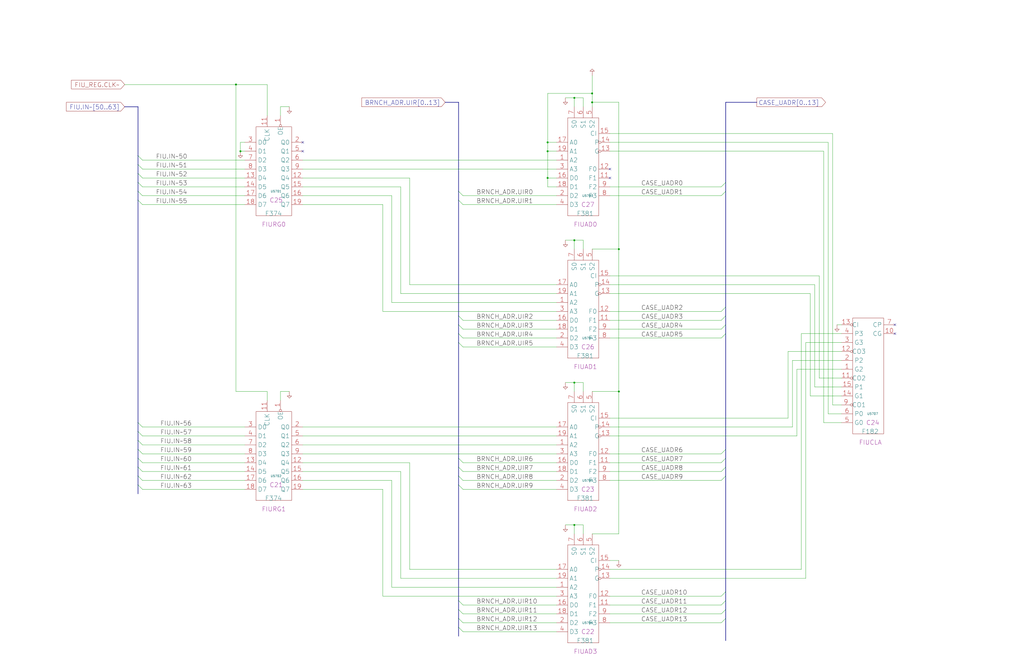
<source format=kicad_sch>
(kicad_sch (version 20250114) (generator "eeschema") (generator_version "9.0")
  (paper "User" 584.2 378.46)
  (title_block (title "CASE BRANCH ADDER") (date "22-MAY-90") (rev "1.0") (comment 1 "SEQUENCER") (comment 2 "232-003064") (comment 3 "S400") (comment 4 "RELEASED"))
  (lib_symbols
    (symbol "r1000:F182" (pin_names (offset 1.016))
      (property "Reference" "U" (at 2.54 5.08 0))
      (property "Value" "F182" (at -3.81 -5.08 0))
      (property "Location" "___" (at -1.27 0 0))
      (property "Name" "______" (at 1.27 -12.7 0))
      (symbol "F182_1_1"
        (circle (center -9.525 55.88) (radius 0.635))
        (circle (center -9.525 40.64) (radius 0.635))
        (circle (center -9.525 25.4) (radius 0.635))
        (circle (center -9.525 10.16) (radius 0.635))
        (rectangle (start -8.89 59.69) (end 8.89 -6.35))
        (pin input line (at -15.24 55.88 0) (length 5.08) (name "CI") (number "13"))
        (pin input line (at -15.24 50.8 0) (length 6.35) (name "P3") (number "4"))
        (pin input line (at -15.24 45.72 0) (length 6.35) (name "G3") (number "3"))
        (pin output line (at -15.24 40.64 0) (length 5.08) (name "CO3") (number "12"))
        (pin input line (at -15.24 35.56 0) (length 6.35) (name "P2") (number "2"))
        (pin input line (at -15.24 30.48 0) (length 6.35) (name "G2") (number "1"))
        (pin output line (at -15.24 25.4 0) (length 5.08) (name "CO2") (number "11"))
        (pin input line (at -15.24 20.32 0) (length 6.35) (name "P1") (number "15"))
        (pin input line (at -15.24 15.24 0) (length 6.35) (name "G1") (number "14"))
        (pin output line (at -15.24 10.16 0) (length 5.08) (name "CO1") (number "9"))
        (pin input line (at -15.24 5.08 0) (length 6.35) (name "P0") (number "6"))
        (pin input line (at -15.24 0 0) (length 6.35) (name "G0") (number "5"))
        (pin output line (at 15.24 55.88 180) (length 6.35) (name "CP") (number "7"))
        (pin output line (at 15.24 50.8 180) (length 6.35) (name "CG") (number "10"))
      )
    )
    (symbol "r1000:F374" (pin_names (offset 1.016))
      (property "Reference" "U" (at 2.54 5.08 0))
      (property "Value" "F374" (at -3.81 -7.62 0))
      (property "Location" "___" (at -1.27 0 0))
      (property "Name" "______" (at 1.27 -15.24 0))
      (symbol "F374_1_1"
        (rectangle (start -8.89 41.91) (end 11.43 -8.89))
        (circle (center 5.08 42.545) (radius 0.635))
        (pin input line (at -15.24 33.02 0) (length 6.35) (name "D0") (number "3"))
        (pin input line (at -15.24 27.94 0) (length 6.35) (name "D1") (number "4"))
        (pin input line (at -15.24 22.86 0) (length 6.35) (name "D2") (number "7"))
        (pin input line (at -15.24 17.78 0) (length 6.35) (name "D3") (number "8"))
        (pin input line (at -15.24 12.7 0) (length 6.35) (name "D4") (number "13"))
        (pin input line (at -15.24 7.62 0) (length 6.35) (name "D5") (number "14"))
        (pin input line (at -15.24 2.54 0) (length 6.35) (name "D6") (number "17"))
        (pin input line (at -15.24 -2.54 0) (length 6.35) (name "D7") (number "18"))
        (pin input line (at -2.54 48.26 270) (length 6.35) (name "CLK") (number "11"))
        (pin input line (at 5.08 48.26 270) (length 5.08) (name "OE") (number "1"))
        (pin tri_state line (at 17.78 33.02 180) (length 6.35) (name "Q0") (number "2"))
        (pin tri_state line (at 17.78 27.94 180) (length 6.35) (name "Q1") (number "5"))
        (pin tri_state line (at 17.78 22.86 180) (length 6.35) (name "Q2") (number "6"))
        (pin tri_state line (at 17.78 17.78 180) (length 6.35) (name "Q3") (number "9"))
        (pin tri_state line (at 17.78 12.7 180) (length 6.35) (name "Q4") (number "12"))
        (pin tri_state line (at 17.78 7.62 180) (length 6.35) (name "Q5") (number "15"))
        (pin tri_state line (at 17.78 2.54 180) (length 6.35) (name "Q6") (number "16"))
        (pin tri_state line (at 17.78 -2.54 180) (length 6.35) (name "Q7") (number "19"))
      )
    )
    (symbol "r1000:F381" (pin_names (offset 1.016))
      (property "Reference" "U" (at 2.54 5.08 0))
      (property "Value" "F381" (at -3.81 -5.08 0))
      (property "Location" "___" (at -1.27 0 0))
      (property "Name" "______" (at 1.27 -12.7 0))
      (symbol "F381_1_1"
        (rectangle (start -8.89 49.53) (end 8.89 -6.35))
        (circle (center 9.525 35.56) (radius 0.635))
        (circle (center 9.525 30.48) (radius 0.635))
        (pin input line (at -15.24 35.56 0) (length 6.35) (name "A0") (number "17"))
        (pin input line (at -15.24 30.48 0) (length 6.35) (name "A1") (number "19"))
        (pin input line (at -15.24 25.4 0) (length 6.35) (name "A2") (number "1"))
        (pin input line (at -15.24 20.32 0) (length 6.35) (name "A3") (number "3"))
        (pin input line (at -15.24 15.24 0) (length 6.35) (name "D0") (number "16"))
        (pin input line (at -15.24 10.16 0) (length 6.35) (name "D1") (number "18"))
        (pin input line (at -15.24 5.08 0) (length 6.35) (name "D2") (number "2"))
        (pin input line (at -15.24 0 0) (length 6.35) (name "D3") (number "4"))
        (pin input line (at -5.08 55.88 270) (length 6.35) (name "S0") (number "7"))
        (pin input line (at 0 55.88 270) (length 6.35) (name "S1") (number "6"))
        (pin input line (at 5.08 55.88 270) (length 6.35) (name "S2") (number "5"))
        (pin input line (at 15.24 40.64 180) (length 6.35) (name "CI") (number "15"))
        (pin output line (at 15.24 35.56 180) (length 5.08) (name "P") (number "14"))
        (pin output line (at 15.24 30.48 180) (length 5.08) (name "G") (number "13"))
        (pin output line (at 15.24 20.32 180) (length 6.35) (name "F0") (number "12"))
        (pin output line (at 15.24 15.24 180) (length 6.35) (name "F1") (number "11"))
        (pin output line (at 15.24 10.16 180) (length 6.35) (name "F2") (number "9"))
        (pin output line (at 15.24 5.08 180) (length 6.35) (name "F3") (number "8"))
      )
    )
    (symbol "r1000:PD" (power) (pin_numbers (hide yes)) (pin_names (hide yes)) (in_bom no)
      (symbol "PD_0_1"
        (polyline (pts (xy 0 -2.54) (xy 1.27 -2.54) (xy 0 -3.81) (xy -1.27 -2.54) (xy 0 -2.54)) (stroke (width 0.1524)))
      )
      (symbol "PD_1_1"
        (pin power_in line (at 0 0 270) (length 2.54) (name "PD") (number "1"))
      )
    )
    (symbol "r1000:PU" (power) (pin_numbers (hide yes)) (pin_names (hide yes))
      (symbol "PU_0_1"
        (polyline (pts (xy 0 2.54) (xy -1.27 2.54) (xy 0 3.81) (xy 1.27 2.54) (xy 0 2.54)) (stroke (width 0.1524)))
      )
      (symbol "PU_1_1"
        (pin power_in line (at 0 0 90) (length 2.54) (name "PU") (number "1"))
      )
    )
  )
  (junction (at 312.42 86.36))
  (junction (at 353.06 223.52))
  (junction (at 327.66 137.16))
  (junction (at 353.06 142.24))
  (junction (at 312.42 81.28))
  (junction (at 337.82 53.34))
  (junction (at 327.66 55.88))
  (junction (at 137.16 86.36))
  (junction (at 327.66 218.44))
  (junction (at 337.82 58.42))
  (junction (at 327.66 299.72))
  (junction (at 312.42 101.6))
  (junction (at 134.62 48.26))
  (no_connect (at 172.72 86.36))
  (no_connect (at 510.54 185.42))
  (no_connect (at 510.54 190.5))
  (no_connect (at 172.72 81.28))
  (no_connect (at 347.98 96.52))
  (no_connect (at 347.98 101.6))
  (bus_entry (at 78.74 241.3) (size 2.54 2.54))
  (bus_entry (at 414.02 337.82) (size -2.54 2.54))
  (bus_entry (at 414.02 261.62) (size -2.54 2.54))
  (bus_entry (at 78.74 271.78) (size 2.54 2.54))
  (bus_entry (at 261.62 271.78) (size 2.54 2.54))
  (bus_entry (at 414.02 109.22) (size -2.54 2.54))
  (bus_entry (at 261.62 114.3) (size 2.54 2.54))
  (bus_entry (at 261.62 342.9) (size 2.54 2.54))
  (bus_entry (at 414.02 342.9) (size -2.54 2.54))
  (bus_entry (at 78.74 276.86) (size 2.54 2.54))
  (bus_entry (at 261.62 190.5) (size 2.54 2.54))
  (bus_entry (at 414.02 175.26) (size -2.54 2.54))
  (bus_entry (at 261.62 180.34) (size 2.54 2.54))
  (bus_entry (at 261.62 261.62) (size 2.54 2.54))
  (bus_entry (at 261.62 347.98) (size 2.54 2.54))
  (bus_entry (at 414.02 271.78) (size -2.54 2.54))
  (bus_entry (at 78.74 256.54) (size 2.54 2.54))
  (bus_entry (at 78.74 114.3) (size 2.54 2.54))
  (bus_entry (at 414.02 266.7) (size -2.54 2.54))
  (bus_entry (at 78.74 88.9) (size 2.54 2.54))
  (bus_entry (at 78.74 266.7) (size 2.54 2.54))
  (bus_entry (at 261.62 276.86) (size 2.54 2.54))
  (bus_entry (at 261.62 195.58) (size 2.54 2.54))
  (bus_entry (at 414.02 347.98) (size -2.54 2.54))
  (bus_entry (at 414.02 190.5) (size -2.54 2.54))
  (bus_entry (at 78.74 109.22) (size 2.54 2.54))
  (bus_entry (at 78.74 251.46) (size 2.54 2.54))
  (bus_entry (at 78.74 104.14) (size 2.54 2.54))
  (bus_entry (at 414.02 353.06) (size -2.54 2.54))
  (bus_entry (at 78.74 261.62) (size 2.54 2.54))
  (bus_entry (at 261.62 109.22) (size 2.54 2.54))
  (bus_entry (at 78.74 246.38) (size 2.54 2.54))
  (bus_entry (at 261.62 353.06) (size 2.54 2.54))
  (bus_entry (at 78.74 93.98) (size 2.54 2.54))
  (bus_entry (at 261.62 266.7) (size 2.54 2.54))
  (bus_entry (at 414.02 185.42) (size -2.54 2.54))
  (bus_entry (at 78.74 99.06) (size 2.54 2.54))
  (bus_entry (at 261.62 358.14) (size 2.54 2.54))
  (bus_entry (at 261.62 185.42) (size 2.54 2.54))
  (bus_entry (at 414.02 180.34) (size -2.54 2.54))
  (bus_entry (at 414.02 256.54) (size -2.54 2.54))
  (bus_entry (at 414.02 104.14) (size -2.54 2.54))
  (bus (pts (xy 414.02 271.78) (xy 414.02 337.82)))
  (wire (pts (xy 81.28 259.08) (xy 139.7 259.08)))
  (wire (pts (xy 347.98 325.12) (xy 457.2 325.12)))
  (wire (pts (xy 332.74 223.52) (xy 332.74 218.44)))
  (wire (pts (xy 264.16 274.32) (xy 317.5 274.32)))
  (bus (pts (xy 414.02 353.06) (xy 414.02 365.76)))
  (wire (pts (xy 457.2 325.12) (xy 457.2 190.5)))
  (bus (pts (xy 414.02 266.7) (xy 414.02 271.78)))
  (bus (pts (xy 78.74 246.38) (xy 78.74 251.46)))
  (wire (pts (xy 347.98 238.76) (xy 449.58 238.76)))
  (wire (pts (xy 327.66 137.16) (xy 327.66 142.24)))
  (wire (pts (xy 233.68 162.56) (xy 233.68 101.6)))
  (wire (pts (xy 337.82 223.52) (xy 353.06 223.52)))
  (wire (pts (xy 223.52 274.32) (xy 172.72 274.32)))
  (wire (pts (xy 223.52 111.76) (xy 172.72 111.76)))
  (wire (pts (xy 347.98 81.28) (xy 472.44 81.28)))
  (wire (pts (xy 347.98 86.36) (xy 469.9 86.36)))
  (bus (pts (xy 78.74 114.3) (xy 78.74 241.3)))
  (bus (pts (xy 414.02 347.98) (xy 414.02 353.06)))
  (bus (pts (xy 78.74 241.3) (xy 78.74 246.38)))
  (wire (pts (xy 337.82 53.34) (xy 312.42 53.34)))
  (wire (pts (xy 327.66 55.88) (xy 332.74 55.88)))
  (bus (pts (xy 78.74 99.06) (xy 78.74 104.14)))
  (wire (pts (xy 449.58 238.76) (xy 449.58 200.66)))
  (bus (pts (xy 78.74 104.14) (xy 78.74 109.22)))
  (wire (pts (xy 218.44 340.36) (xy 218.44 279.4)))
  (wire (pts (xy 327.66 218.44) (xy 332.74 218.44)))
  (bus (pts (xy 414.02 58.42) (xy 414.02 104.14)))
  (wire (pts (xy 337.82 43.18) (xy 337.82 53.34)))
  (bus (pts (xy 414.02 58.42) (xy 431.8 58.42)))
  (bus (pts (xy 414.02 185.42) (xy 414.02 190.5)))
  (wire (pts (xy 264.16 187.96) (xy 317.5 187.96)))
  (wire (pts (xy 347.98 106.68) (xy 411.48 106.68)))
  (wire (pts (xy 81.28 248.92) (xy 139.7 248.92)))
  (wire (pts (xy 152.4 48.26) (xy 152.4 66.04)))
  (bus (pts (xy 78.74 276.86) (xy 78.74 281.94)))
  (wire (pts (xy 81.28 106.68) (xy 139.7 106.68)))
  (wire (pts (xy 347.98 345.44) (xy 411.48 345.44)))
  (bus (pts (xy 78.74 271.78) (xy 78.74 276.86)))
  (wire (pts (xy 327.66 218.44) (xy 327.66 223.52)))
  (bus (pts (xy 261.62 109.22) (xy 261.62 114.3)))
  (wire (pts (xy 474.98 76.2) (xy 474.98 231.14)))
  (wire (pts (xy 353.06 142.24) (xy 353.06 58.42)))
  (wire (pts (xy 347.98 264.16) (xy 411.48 264.16)))
  (bus (pts (xy 414.02 190.5) (xy 414.02 256.54)))
  (wire (pts (xy 327.66 137.16) (xy 332.74 137.16)))
  (wire (pts (xy 264.16 111.76) (xy 317.5 111.76)))
  (wire (pts (xy 347.98 259.08) (xy 411.48 259.08)))
  (bus (pts (xy 78.74 109.22) (xy 78.74 114.3)))
  (wire (pts (xy 317.5 172.72) (xy 223.52 172.72)))
  (bus (pts (xy 261.62 347.98) (xy 261.62 353.06)))
  (wire (pts (xy 172.72 243.84) (xy 317.5 243.84)))
  (wire (pts (xy 459.74 195.58) (xy 480.06 195.58)))
  (wire (pts (xy 462.28 226.06) (xy 480.06 226.06)))
  (bus (pts (xy 414.02 109.22) (xy 414.02 175.26)))
  (wire (pts (xy 327.66 299.72) (xy 332.74 299.72)))
  (wire (pts (xy 165.1 223.52) (xy 160.02 223.52)))
  (wire (pts (xy 81.28 101.6) (xy 139.7 101.6)))
  (wire (pts (xy 172.72 96.52) (xy 317.5 96.52)))
  (wire (pts (xy 81.28 111.76) (xy 139.7 111.76)))
  (wire (pts (xy 172.72 248.92) (xy 317.5 248.92)))
  (wire (pts (xy 322.58 299.72) (xy 327.66 299.72)))
  (wire (pts (xy 134.62 48.26) (xy 152.4 48.26)))
  (wire (pts (xy 347.98 177.8) (xy 411.48 177.8)))
  (wire (pts (xy 264.16 198.12) (xy 317.5 198.12)))
  (wire (pts (xy 81.28 243.84) (xy 139.7 243.84)))
  (wire (pts (xy 454.66 248.92) (xy 454.66 210.82)))
  (wire (pts (xy 312.42 101.6) (xy 317.5 101.6)))
  (wire (pts (xy 327.66 55.88) (xy 327.66 60.96)))
  (wire (pts (xy 337.82 53.34) (xy 337.82 58.42)))
  (wire (pts (xy 449.58 200.66) (xy 480.06 200.66)))
  (wire (pts (xy 317.5 167.64) (xy 228.6 167.64)))
  (wire (pts (xy 264.16 360.68) (xy 317.5 360.68)))
  (bus (pts (xy 78.74 93.98) (xy 78.74 99.06)))
  (bus (pts (xy 261.62 266.7) (xy 261.62 271.78)))
  (wire (pts (xy 467.36 215.9) (xy 480.06 215.9)))
  (wire (pts (xy 312.42 101.6) (xy 312.42 106.68)))
  (bus (pts (xy 414.02 175.26) (xy 414.02 180.34)))
  (bus (pts (xy 414.02 261.62) (xy 414.02 266.7)))
  (wire (pts (xy 347.98 248.92) (xy 454.66 248.92)))
  (wire (pts (xy 347.98 182.88) (xy 411.48 182.88)))
  (wire (pts (xy 134.62 223.52) (xy 152.4 223.52)))
  (wire (pts (xy 337.82 304.8) (xy 353.06 304.8)))
  (wire (pts (xy 218.44 116.84) (xy 172.72 116.84)))
  (wire (pts (xy 134.62 48.26) (xy 134.62 223.52)))
  (wire (pts (xy 353.06 58.42) (xy 337.82 58.42)))
  (wire (pts (xy 347.98 350.52) (xy 411.48 350.52)))
  (wire (pts (xy 81.28 279.4) (xy 139.7 279.4)))
  (bus (pts (xy 261.62 276.86) (xy 261.62 342.9)))
  (wire (pts (xy 81.28 264.16) (xy 139.7 264.16)))
  (wire (pts (xy 172.72 254) (xy 317.5 254)))
  (wire (pts (xy 81.28 254) (xy 139.7 254)))
  (wire (pts (xy 218.44 177.8) (xy 218.44 116.84)))
  (wire (pts (xy 317.5 335.28) (xy 223.52 335.28)))
  (wire (pts (xy 233.68 325.12) (xy 233.68 264.16)))
  (wire (pts (xy 317.5 325.12) (xy 233.68 325.12)))
  (wire (pts (xy 469.9 241.3) (xy 480.06 241.3)))
  (wire (pts (xy 467.36 157.48) (xy 467.36 215.9)))
  (wire (pts (xy 172.72 91.44) (xy 317.5 91.44)))
  (bus (pts (xy 261.62 190.5) (xy 261.62 195.58)))
  (wire (pts (xy 233.68 101.6) (xy 172.72 101.6)))
  (wire (pts (xy 233.68 264.16) (xy 172.72 264.16)))
  (wire (pts (xy 264.16 182.88) (xy 317.5 182.88)))
  (wire (pts (xy 264.16 116.84) (xy 317.5 116.84)))
  (wire (pts (xy 347.98 162.56) (xy 464.82 162.56)))
  (wire (pts (xy 347.98 269.24) (xy 411.48 269.24)))
  (wire (pts (xy 472.44 236.22) (xy 480.06 236.22)))
  (wire (pts (xy 312.42 86.36) (xy 312.42 101.6)))
  (wire (pts (xy 264.16 264.16) (xy 317.5 264.16)))
  (bus (pts (xy 261.62 271.78) (xy 261.62 276.86)))
  (wire (pts (xy 474.98 231.14) (xy 480.06 231.14)))
  (wire (pts (xy 317.5 162.56) (xy 233.68 162.56)))
  (bus (pts (xy 78.74 60.96) (xy 71.12 60.96)))
  (wire (pts (xy 71.12 48.26) (xy 134.62 48.26)))
  (wire (pts (xy 317.5 177.8) (xy 218.44 177.8)))
  (wire (pts (xy 452.12 205.74) (xy 480.06 205.74)))
  (wire (pts (xy 264.16 345.44) (xy 317.5 345.44)))
  (bus (pts (xy 414.02 256.54) (xy 414.02 261.62)))
  (wire (pts (xy 347.98 76.2) (xy 474.98 76.2)))
  (wire (pts (xy 327.66 299.72) (xy 327.66 304.8)))
  (wire (pts (xy 264.16 193.04) (xy 317.5 193.04)))
  (wire (pts (xy 264.16 355.6) (xy 317.5 355.6)))
  (wire (pts (xy 228.6 269.24) (xy 172.72 269.24)))
  (wire (pts (xy 464.82 162.56) (xy 464.82 220.98)))
  (wire (pts (xy 472.44 81.28) (xy 472.44 236.22)))
  (wire (pts (xy 264.16 269.24) (xy 317.5 269.24)))
  (wire (pts (xy 152.4 223.52) (xy 152.4 228.6)))
  (wire (pts (xy 228.6 106.68) (xy 172.72 106.68)))
  (wire (pts (xy 312.42 53.34) (xy 312.42 81.28)))
  (bus (pts (xy 261.62 261.62) (xy 261.62 266.7)))
  (wire (pts (xy 347.98 320.04) (xy 353.06 320.04)))
  (wire (pts (xy 457.2 190.5) (xy 480.06 190.5)))
  (bus (pts (xy 78.74 251.46) (xy 78.74 256.54)))
  (wire (pts (xy 81.28 116.84) (xy 139.7 116.84)))
  (wire (pts (xy 81.28 274.32) (xy 139.7 274.32)))
  (bus (pts (xy 414.02 342.9) (xy 414.02 347.98)))
  (wire (pts (xy 332.74 304.8) (xy 332.74 299.72)))
  (bus (pts (xy 261.62 358.14) (xy 261.62 363.22)))
  (wire (pts (xy 353.06 142.24) (xy 353.06 223.52)))
  (wire (pts (xy 322.58 218.44) (xy 327.66 218.44)))
  (wire (pts (xy 353.06 304.8) (xy 353.06 223.52)))
  (wire (pts (xy 452.12 243.84) (xy 452.12 205.74)))
  (wire (pts (xy 347.98 167.64) (xy 462.28 167.64)))
  (bus (pts (xy 261.62 353.06) (xy 261.62 358.14)))
  (wire (pts (xy 462.28 167.64) (xy 462.28 226.06)))
  (wire (pts (xy 172.72 259.08) (xy 317.5 259.08)))
  (wire (pts (xy 223.52 172.72) (xy 223.52 111.76)))
  (bus (pts (xy 261.62 58.42) (xy 261.62 109.22)))
  (wire (pts (xy 317.5 330.2) (xy 228.6 330.2)))
  (wire (pts (xy 223.52 335.28) (xy 223.52 274.32)))
  (wire (pts (xy 347.98 157.48) (xy 467.36 157.48)))
  (wire (pts (xy 347.98 193.04) (xy 411.48 193.04)))
  (wire (pts (xy 165.1 60.96) (xy 160.02 60.96)))
  (bus (pts (xy 261.62 195.58) (xy 261.62 261.62)))
  (bus (pts (xy 78.74 261.62) (xy 78.74 266.7)))
  (wire (pts (xy 228.6 330.2) (xy 228.6 269.24)))
  (wire (pts (xy 332.74 142.24) (xy 332.74 137.16)))
  (bus (pts (xy 78.74 266.7) (xy 78.74 271.78)))
  (bus (pts (xy 261.62 180.34) (xy 261.62 185.42)))
  (bus (pts (xy 261.62 185.42) (xy 261.62 190.5)))
  (bus (pts (xy 254 58.42) (xy 261.62 58.42)))
  (bus (pts (xy 78.74 88.9) (xy 78.74 93.98)))
  (wire (pts (xy 347.98 355.6) (xy 411.48 355.6)))
  (wire (pts (xy 347.98 111.76) (xy 411.48 111.76)))
  (bus (pts (xy 261.62 342.9) (xy 261.62 347.98)))
  (wire (pts (xy 81.28 96.52) (xy 139.7 96.52)))
  (wire (pts (xy 477.52 185.42) (xy 480.06 185.42)))
  (wire (pts (xy 322.58 137.16) (xy 327.66 137.16)))
  (wire (pts (xy 347.98 187.96) (xy 411.48 187.96)))
  (wire (pts (xy 137.16 81.28) (xy 137.16 86.36)))
  (wire (pts (xy 317.5 340.36) (xy 218.44 340.36)))
  (wire (pts (xy 160.02 223.52) (xy 160.02 228.6)))
  (wire (pts (xy 337.82 58.42) (xy 337.82 60.96)))
  (wire (pts (xy 459.74 330.2) (xy 459.74 195.58)))
  (wire (pts (xy 218.44 279.4) (xy 172.72 279.4)))
  (wire (pts (xy 347.98 274.32) (xy 411.48 274.32)))
  (wire (pts (xy 464.82 220.98) (xy 480.06 220.98)))
  (wire (pts (xy 139.7 81.28) (xy 137.16 81.28)))
  (wire (pts (xy 312.42 81.28) (xy 312.42 86.36)))
  (wire (pts (xy 322.58 55.88) (xy 327.66 55.88)))
  (wire (pts (xy 81.28 91.44) (xy 139.7 91.44)))
  (wire (pts (xy 160.02 60.96) (xy 160.02 66.04)))
  (bus (pts (xy 414.02 180.34) (xy 414.02 185.42)))
  (bus (pts (xy 261.62 114.3) (xy 261.62 180.34)))
  (wire (pts (xy 347.98 330.2) (xy 459.74 330.2)))
  (wire (pts (xy 312.42 81.28) (xy 317.5 81.28)))
  (bus (pts (xy 78.74 256.54) (xy 78.74 261.62)))
  (wire (pts (xy 264.16 279.4) (xy 317.5 279.4)))
  (wire (pts (xy 264.16 350.52) (xy 317.5 350.52)))
  (wire (pts (xy 312.42 86.36) (xy 317.5 86.36)))
  (bus (pts (xy 414.02 104.14) (xy 414.02 109.22)))
  (wire (pts (xy 137.16 86.36) (xy 139.7 86.36)))
  (wire (pts (xy 81.28 269.24) (xy 139.7 269.24)))
  (wire (pts (xy 228.6 167.64) (xy 228.6 106.68)))
  (wire (pts (xy 454.66 210.82) (xy 480.06 210.82)))
  (bus (pts (xy 78.74 60.96) (xy 78.74 88.9)))
  (wire (pts (xy 347.98 243.84) (xy 452.12 243.84)))
  (wire (pts (xy 337.82 142.24) (xy 353.06 142.24)))
  (wire (pts (xy 312.42 106.68) (xy 317.5 106.68)))
  (wire (pts (xy 347.98 340.36) (xy 411.48 340.36)))
  (wire (pts (xy 469.9 86.36) (xy 469.9 241.3)))
  (wire (pts (xy 332.74 60.96) (xy 332.74 55.88)))
  (bus (pts (xy 414.02 337.82) (xy 414.02 342.9)))
  (label "FIU.IN~57" (at 91.44 248.92 0) (effects (font (size 2.54 2.54))))
  (label "BRNCH_ADR.UIR4" (at 271.78 193.04 0) (effects (font (size 2.54 2.54))))
  (label "CASE_UADR8" (at 365.76 269.24 0) (effects (font (size 2.54 2.54))))
  (label "FIU.IN~53" (at 88.9 106.68 0) (effects (font (size 2.54 2.54))))
  (label "FIU.IN~58" (at 91.44 254 0) (effects (font (size 2.54 2.54))))
  (label "FIU.IN~56" (at 91.44 243.84 0) (effects (font (size 2.54 2.54))))
  (label "BRNCH_ADR.UIR7" (at 271.78 269.24 0) (effects (font (size 2.54 2.54))))
  (label "FIU.IN~61" (at 91.44 269.24 0) (effects (font (size 2.54 2.54))))
  (label "FIU.IN~54" (at 88.9 111.76 0) (effects (font (size 2.54 2.54))))
  (label "CASE_UADR0" (at 365.76 106.68 0) (effects (font (size 2.54 2.54))))
  (label "CASE_UADR2" (at 365.76 177.8 0) (effects (font (size 2.54 2.54))))
  (label "CASE_UADR9" (at 365.76 274.32 0) (effects (font (size 2.54 2.54))))
  (label "BRNCH_ADR.UIR10" (at 271.78 345.44 0) (effects (font (size 2.54 2.54))))
  (label "CASE_UADR1" (at 365.76 111.76 0) (effects (font (size 2.54 2.54))))
  (label "BRNCH_ADR.UIR6" (at 271.78 264.16 0) (effects (font (size 2.54 2.54))))
  (label "FIU.IN~63" (at 91.44 279.4 0) (effects (font (size 2.54 2.54))))
  (label "CASE_UADR4" (at 365.76 187.96 0) (effects (font (size 2.54 2.54))))
  (label "BRNCH_ADR.UIR12" (at 271.78 355.6 0) (effects (font (size 2.54 2.54))))
  (label "CASE_UADR10" (at 365.76 340.36 0) (effects (font (size 2.54 2.54))))
  (label "BRNCH_ADR.UIR1" (at 271.78 116.84 0) (effects (font (size 2.54 2.54))))
  (label "FIU.IN~62" (at 91.44 274.32 0) (effects (font (size 2.54 2.54))))
  (label "CASE_UADR12" (at 365.76 350.52 0) (effects (font (size 2.54 2.54))))
  (label "CASE_UADR7" (at 365.76 264.16 0) (effects (font (size 2.54 2.54))))
  (label "FIU.IN~55" (at 88.9 116.84 0) (effects (font (size 2.54 2.54))))
  (label "FIU.IN~51" (at 88.9 96.52 0) (effects (font (size 2.54 2.54))))
  (label "BRNCH_ADR.UIR5" (at 271.78 198.12 0) (effects (font (size 2.54 2.54))))
  (label "BRNCH_ADR.UIR9" (at 271.78 279.4 0) (effects (font (size 2.54 2.54))))
  (label "FIU.IN~52" (at 88.9 101.6 0) (effects (font (size 2.54 2.54))))
  (label "CASE_UADR5" (at 365.76 193.04 0) (effects (font (size 2.54 2.54))))
  (label "CASE_UADR13" (at 365.76 355.6 0) (effects (font (size 2.54 2.54))))
  (label "BRNCH_ADR.UIR8" (at 271.78 274.32 0) (effects (font (size 2.54 2.54))))
  (label "BRNCH_ADR.UIR11" (at 271.78 350.52 0) (effects (font (size 2.54 2.54))))
  (label "CASE_UADR6" (at 365.76 259.08 0) (effects (font (size 2.54 2.54))))
  (label "BRNCH_ADR.UIR0" (at 271.78 111.76 0) (effects (font (size 2.54 2.54))))
  (label "BRNCH_ADR.UIR3" (at 271.78 187.96 0) (effects (font (size 2.54 2.54))))
  (label "CASE_UADR3" (at 365.76 182.88 0) (effects (font (size 2.54 2.54))))
  (label "FIU.IN~60" (at 91.44 264.16 0) (effects (font (size 2.54 2.54))))
  (label "FIU.IN~59" (at 91.44 259.08 0) (effects (font (size 2.54 2.54))))
  (label "FIU.IN~50" (at 88.9 91.44 0) (effects (font (size 2.54 2.54))))
  (label "BRNCH_ADR.UIR13" (at 271.78 360.68 0) (effects (font (size 2.54 2.54))))
  (label "BRNCH_ADR.UIR2" (at 271.78 182.88 0) (effects (font (size 2.54 2.54))))
  (label "CASE_UADR11" (at 365.76 345.44 0) (effects (font (size 2.54 2.54))))
  (global_label "FIU_REG.CLK~" (shape input) (at 71.12 48.26 180) (effects (font (size 2.54 2.54))) (property "Intersheetrefs" "${INTERSHEET_REFS}" (at 40.773 48.1013 0) (effects (font (size 1.905 1.905)) (justify right))))
  (global_label "CASE_UADR[0..13]" (shape output) (at 431.8 58.42 0) (effects (font (size 2.54 2.54))) (property "Intersheetrefs" "${INTERSHEET_REFS}" (at 470.9765 58.2613 0) (effects (font (size 1.905 1.905)) (justify left))))
  (global_label "FIU.IN~[50..63]" (shape input) (at 71.12 60.96 180) (effects (font (size 2.54 2.54))) (property "Intersheetrefs" "${INTERSHEET_REFS}" (at 37.8702 60.8013 0) (effects (font (size 1.905 1.905)) (justify right))))
  (global_label "BRNCH_ADR.UIR[0..13]" (shape input) (at 254 58.42 180) (effects (font (size 2.54 2.54))) (property "Intersheetrefs" "${INTERSHEET_REFS}" (at 206.3569 58.2613 0) (effects (font (size 1.905 1.905)) (justify right))))
  (symbol (lib_id "r1000:PD") (at 322.58 218.44 0) (unit 1) (in_bom no)
    (property "Reference" "#PWR05704" (effects (hide yes)))
    (property "Value" "PD" (effects (hide yes)))
  )
  (symbol (lib_id "r1000:F182") (at 495.3 241.3 0) (unit 1)
    (property "Reference" "U5707" (at 497.84 236.22 0))
    (property "Value" "F182" (at 491.49 246.38 0) (effects (font (size 2.54 2.54)) (justify left)))
    (property "Location" "C24" (at 494.03 241.3 0) (effects (font (size 2.54 2.54)) (justify left)))
    (property "Name" "FIUCLA" (at 496.57 254 0) (effects (font (size 2.54 2.54)) (justify bottom)))
  )
  (symbol (lib_id "r1000:PD") (at 137.16 86.36 0) (unit 1) (in_bom no)
    (property "Reference" "#PWR05701" (effects (hide yes)))
    (property "Value" "PD" (effects (hide yes)))
  )
  (symbol (lib_id "r1000:PD") (at 477.52 185.42 0) (unit 1) (in_bom no)
    (property "Reference" "#PWR05708" (effects (hide yes)))
    (property "Value" "PD" (effects (hide yes)))
  )
  (symbol (lib_id "r1000:PD") (at 165.1 60.96 0) (unit 1) (in_bom no)
    (property "Reference" "#PWR0148" (effects (hide yes)))
    (property "Value" "PD" (effects (hide yes)))
  )
  (symbol (lib_id "r1000:PD") (at 322.58 55.88 0) (unit 1) (in_bom no)
    (property "Reference" "#PWR05702" (effects (hide yes)))
    (property "Value" "PD" (effects (hide yes)))
  )
  (symbol (lib_id "r1000:F374") (at 154.94 114.3 0) (unit 1)
    (property "Reference" "U5701" (at 157.48 109.22 0))
    (property "Value" "F374" (at 151.13 121.92 0) (effects (font (size 2.54 2.54)) (justify left)))
    (property "Location" "C25" (at 153.67 114.3 0) (effects (font (size 2.54 2.54)) (justify left)))
    (property "Name" "FIURG0" (at 156.21 129.54 0) (effects (font (size 2.54 2.54)) (justify bottom)))
  )
  (symbol (lib_id "r1000:PD") (at 322.58 299.72 0) (unit 1) (in_bom no)
    (property "Reference" "#PWR05705" (effects (hide yes)))
    (property "Value" "PD" (effects (hide yes)))
  )
  (symbol (lib_id "r1000:F381") (at 332.74 198.12 0) (unit 1)
    (property "Reference" "U5704" (at 335.28 193.04 0))
    (property "Value" "F381" (at 328.93 203.2 0) (effects (font (size 2.54 2.54)) (justify left)))
    (property "Location" "C26" (at 331.47 198.12 0) (effects (font (size 2.54 2.54)) (justify left)))
    (property "Name" "FIUAD1" (at 334.01 210.82 0) (effects (font (size 2.54 2.54)) (justify bottom)))
  )
  (symbol (lib_id "r1000:F381") (at 332.74 279.4 0) (unit 1)
    (property "Reference" "U5705" (at 335.28 274.32 0))
    (property "Value" "F381" (at 328.93 284.48 0) (effects (font (size 2.54 2.54)) (justify left)))
    (property "Location" "C23" (at 331.47 279.4 0) (effects (font (size 2.54 2.54)) (justify left)))
    (property "Name" "FIUAD2" (at 334.01 292.1 0) (effects (font (size 2.54 2.54)) (justify bottom)))
  )
  (symbol (lib_id "r1000:PD") (at 165.1 223.52 0) (unit 1) (in_bom no)
    (property "Reference" "#PWR0149" (effects (hide yes)))
    (property "Value" "PD" (effects (hide yes)))
  )
  (symbol (lib_id "r1000:PD") (at 353.06 320.04 0) (unit 1) (in_bom no)
    (property "Reference" "#PWR05707" (effects (hide yes)))
    (property "Value" "PD" (effects (hide yes)))
  )
  (symbol (lib_id "r1000:PD") (at 322.58 137.16 0) (unit 1) (in_bom no)
    (property "Reference" "#PWR05703" (effects (hide yes)))
    (property "Value" "PD" (effects (hide yes)))
  )
  (symbol (lib_id "r1000:F381") (at 332.74 360.68 0) (unit 1)
    (property "Reference" "U5706" (at 335.28 355.6 0))
    (property "Value" "F381" (at 328.93 365.76 0) (effects (font (size 2.54 2.54)) (justify left)))
    (property "Location" "C22" (at 331.47 360.68 0) (effects (font (size 2.54 2.54)) (justify left)))
    (property "Name" "FIUAD3" (at 334.01 373.38 0) (effects (font (size 2.54 2.54)) (justify bottom)))
  )
  (symbol (lib_id "r1000:F374") (at 154.94 276.86 0) (unit 1)
    (property "Reference" "U5702" (at 157.48 271.78 0))
    (property "Value" "F374" (at 151.13 284.48 0) (effects (font (size 2.54 2.54)) (justify left)))
    (property "Location" "C21" (at 153.67 276.86 0) (effects (font (size 2.54 2.54)) (justify left)))
    (property "Name" "FIURG1" (at 156.21 292.1 0) (effects (font (size 2.54 2.54)) (justify bottom)))
  )
  (symbol (lib_id "r1000:F381") (at 332.74 116.84 0) (unit 1)
    (property "Reference" "U5703" (at 335.28 111.76 0))
    (property "Value" "F381" (at 328.93 121.92 0) (effects (font (size 2.54 2.54)) (justify left)))
    (property "Location" "C27" (at 331.47 116.84 0) (effects (font (size 2.54 2.54)) (justify left)))
    (property "Name" "FIUAD0" (at 334.01 129.54 0) (effects (font (size 2.54 2.54)) (justify bottom)))
  )
  (symbol (lib_id "r1000:PU") (at 337.82 43.18 0) (unit 1)
    (property "Reference" "#PWR05706" (effects (hide yes)))
    (property "Value" "PU" (effects (hide yes)))
  )
)
</source>
